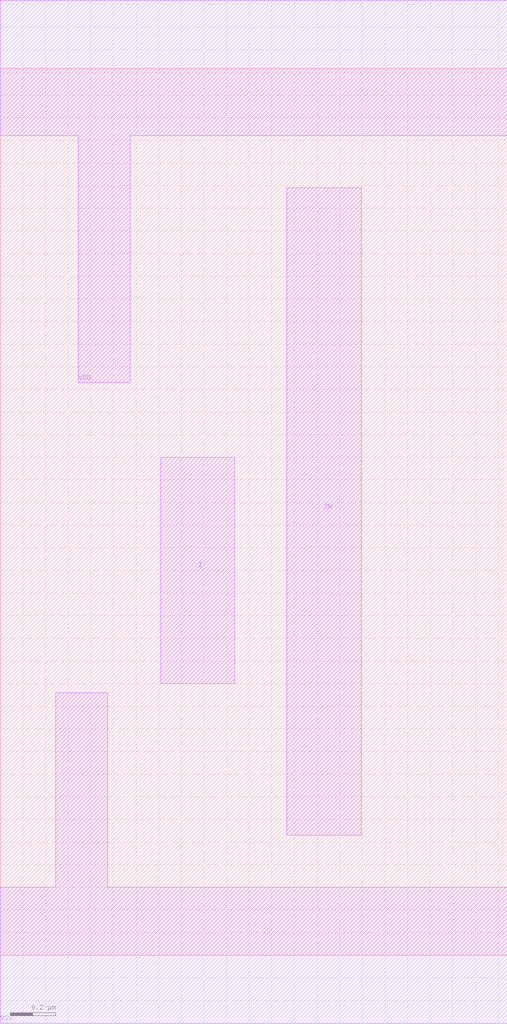
<source format=lef>
# Copyright 2022 GlobalFoundries PDK Authors
#
# Licensed under the Apache License, Version 2.0 (the "License");
# you may not use this file except in compliance with the License.
# You may obtain a copy of the License at
#
#      http://www.apache.org/licenses/LICENSE-2.0
#
# Unless required by applicable law or agreed to in writing, software
# distributed under the License is distributed on an "AS IS" BASIS,
# WITHOUT WARRANTIES OR CONDITIONS OF ANY KIND, either express or implied.
# See the License for the specific language governing permissions and
# limitations under the License.

MACRO gf180mcu_fd_sc_mcu7t5v0__inv_1
  CLASS core ;
  FOREIGN gf180mcu_fd_sc_mcu7t5v0__inv_1 0.0 0.0 ;
  ORIGIN 0 0 ;
  SYMMETRY X Y ;
  SITE GF018hv5v_mcu_sc7 ;
  SIZE 2.24 BY 3.92 ;
  PIN I
    DIRECTION INPUT ;
    ANTENNAGATEAREA 1.102 ;
    PORT
      LAYER Metal1 ;
        POLYGON 0.71 1.2 1.035 1.2 1.035 2.2 0.71 2.2  ;
    END
  END I
  PIN ZN
    DIRECTION OUTPUT ;
    ANTENNADIFFAREA 0.8976 ;
    PORT
      LAYER Metal1 ;
        POLYGON 1.265 0.53 1.595 0.53 1.595 3.39 1.265 3.39  ;
    END
  END ZN
  PIN VDD
    DIRECTION INOUT ;
    USE power ;
    SHAPE ABUTMENT ;
    PORT
      LAYER Metal1 ;
        POLYGON 0 3.62 0.345 3.62 0.345 2.53 0.575 2.53 0.575 3.62 2.24 3.62 2.24 4.22 0 4.22  ;
    END
  END VDD
  PIN VSS
    DIRECTION INOUT ;
    USE ground ;
    SHAPE ABUTMENT ;
    PORT
      LAYER Metal1 ;
        POLYGON 0 -0.3 2.24 -0.3 2.24 0.3 0.475 0.3 0.475 1.16 0.245 1.16 0.245 0.3 0 0.3  ;
    END
  END VSS
END gf180mcu_fd_sc_mcu7t5v0__inv_1

</source>
